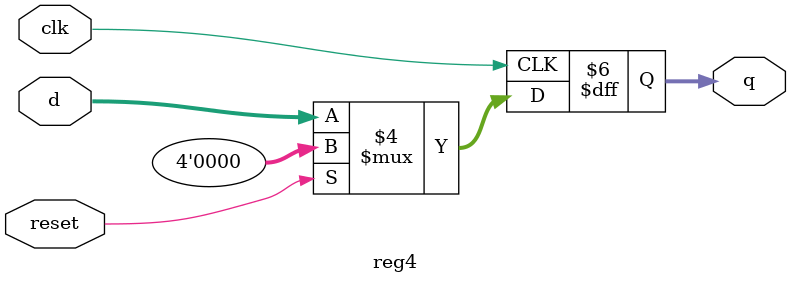
<source format=v>
`timescale 1ns/100ps

module reg4(

        input wire clk,
        input wire reset,
    	input wire [3:0] d, 
    	output reg [3:0] q);
	
//	reg [3:0] q;
	always@(posedge clk)
	 if (~reset)
	 begin
	  q<=d;
	 end
	 else
	 begin
	  q<=1'h0;
	 end
endmodule

</source>
